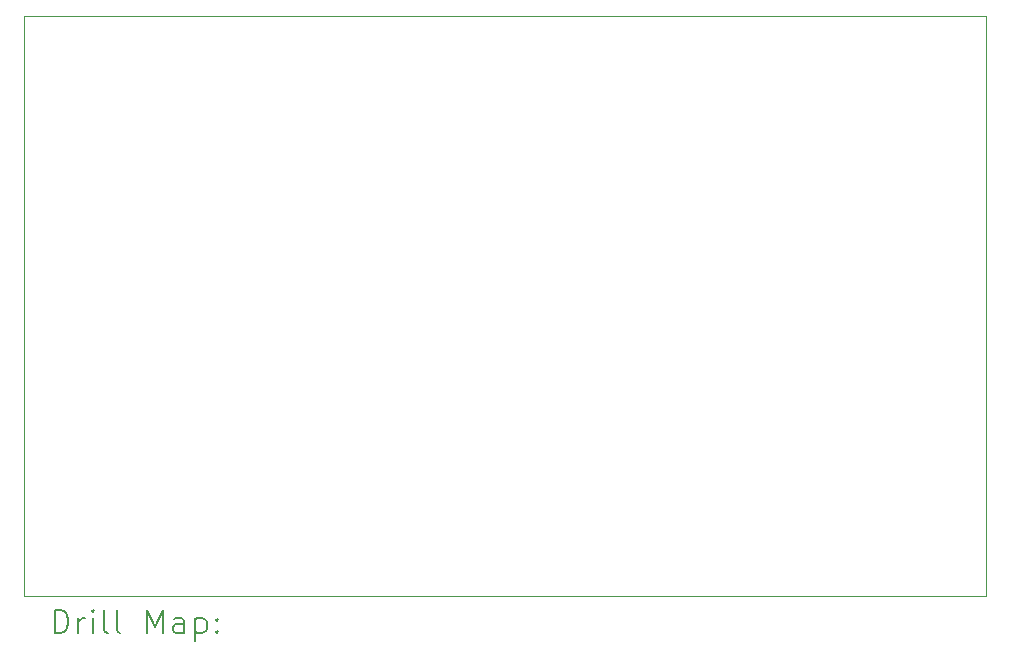
<source format=gbr>
%TF.GenerationSoftware,KiCad,Pcbnew,8.0.3-8.0.3-0~ubuntu23.10.1*%
%TF.CreationDate,2024-11-22T11:34:04-05:00*%
%TF.ProjectId,28mhz_class_e_amplifier_for_pi,32386d68-7a5f-4636-9c61-73735f655f61,alpha*%
%TF.SameCoordinates,Original*%
%TF.FileFunction,Drillmap*%
%TF.FilePolarity,Positive*%
%FSLAX45Y45*%
G04 Gerber Fmt 4.5, Leading zero omitted, Abs format (unit mm)*
G04 Created by KiCad (PCBNEW 8.0.3-8.0.3-0~ubuntu23.10.1) date 2024-11-22 11:34:04*
%MOMM*%
%LPD*%
G01*
G04 APERTURE LIST*
%ADD10C,0.050000*%
%ADD11C,0.200000*%
G04 APERTURE END LIST*
D10*
X10492500Y-5580000D02*
X18637500Y-5580000D01*
X18637500Y-10495000D01*
X10492500Y-10495000D01*
X10492500Y-5580000D01*
D11*
X10750777Y-10808984D02*
X10750777Y-10608984D01*
X10750777Y-10608984D02*
X10798396Y-10608984D01*
X10798396Y-10608984D02*
X10826967Y-10618508D01*
X10826967Y-10618508D02*
X10846015Y-10637555D01*
X10846015Y-10637555D02*
X10855539Y-10656603D01*
X10855539Y-10656603D02*
X10865063Y-10694698D01*
X10865063Y-10694698D02*
X10865063Y-10723270D01*
X10865063Y-10723270D02*
X10855539Y-10761365D01*
X10855539Y-10761365D02*
X10846015Y-10780412D01*
X10846015Y-10780412D02*
X10826967Y-10799460D01*
X10826967Y-10799460D02*
X10798396Y-10808984D01*
X10798396Y-10808984D02*
X10750777Y-10808984D01*
X10950777Y-10808984D02*
X10950777Y-10675650D01*
X10950777Y-10713746D02*
X10960301Y-10694698D01*
X10960301Y-10694698D02*
X10969824Y-10685174D01*
X10969824Y-10685174D02*
X10988872Y-10675650D01*
X10988872Y-10675650D02*
X11007920Y-10675650D01*
X11074586Y-10808984D02*
X11074586Y-10675650D01*
X11074586Y-10608984D02*
X11065063Y-10618508D01*
X11065063Y-10618508D02*
X11074586Y-10628031D01*
X11074586Y-10628031D02*
X11084110Y-10618508D01*
X11084110Y-10618508D02*
X11074586Y-10608984D01*
X11074586Y-10608984D02*
X11074586Y-10628031D01*
X11198396Y-10808984D02*
X11179348Y-10799460D01*
X11179348Y-10799460D02*
X11169824Y-10780412D01*
X11169824Y-10780412D02*
X11169824Y-10608984D01*
X11303158Y-10808984D02*
X11284110Y-10799460D01*
X11284110Y-10799460D02*
X11274586Y-10780412D01*
X11274586Y-10780412D02*
X11274586Y-10608984D01*
X11531729Y-10808984D02*
X11531729Y-10608984D01*
X11531729Y-10608984D02*
X11598396Y-10751841D01*
X11598396Y-10751841D02*
X11665062Y-10608984D01*
X11665062Y-10608984D02*
X11665062Y-10808984D01*
X11846015Y-10808984D02*
X11846015Y-10704222D01*
X11846015Y-10704222D02*
X11836491Y-10685174D01*
X11836491Y-10685174D02*
X11817443Y-10675650D01*
X11817443Y-10675650D02*
X11779348Y-10675650D01*
X11779348Y-10675650D02*
X11760301Y-10685174D01*
X11846015Y-10799460D02*
X11826967Y-10808984D01*
X11826967Y-10808984D02*
X11779348Y-10808984D01*
X11779348Y-10808984D02*
X11760301Y-10799460D01*
X11760301Y-10799460D02*
X11750777Y-10780412D01*
X11750777Y-10780412D02*
X11750777Y-10761365D01*
X11750777Y-10761365D02*
X11760301Y-10742317D01*
X11760301Y-10742317D02*
X11779348Y-10732793D01*
X11779348Y-10732793D02*
X11826967Y-10732793D01*
X11826967Y-10732793D02*
X11846015Y-10723270D01*
X11941253Y-10675650D02*
X11941253Y-10875650D01*
X11941253Y-10685174D02*
X11960301Y-10675650D01*
X11960301Y-10675650D02*
X11998396Y-10675650D01*
X11998396Y-10675650D02*
X12017443Y-10685174D01*
X12017443Y-10685174D02*
X12026967Y-10694698D01*
X12026967Y-10694698D02*
X12036491Y-10713746D01*
X12036491Y-10713746D02*
X12036491Y-10770889D01*
X12036491Y-10770889D02*
X12026967Y-10789936D01*
X12026967Y-10789936D02*
X12017443Y-10799460D01*
X12017443Y-10799460D02*
X11998396Y-10808984D01*
X11998396Y-10808984D02*
X11960301Y-10808984D01*
X11960301Y-10808984D02*
X11941253Y-10799460D01*
X12122205Y-10789936D02*
X12131729Y-10799460D01*
X12131729Y-10799460D02*
X12122205Y-10808984D01*
X12122205Y-10808984D02*
X12112682Y-10799460D01*
X12112682Y-10799460D02*
X12122205Y-10789936D01*
X12122205Y-10789936D02*
X12122205Y-10808984D01*
X12122205Y-10685174D02*
X12131729Y-10694698D01*
X12131729Y-10694698D02*
X12122205Y-10704222D01*
X12122205Y-10704222D02*
X12112682Y-10694698D01*
X12112682Y-10694698D02*
X12122205Y-10685174D01*
X12122205Y-10685174D02*
X12122205Y-10704222D01*
M02*

</source>
